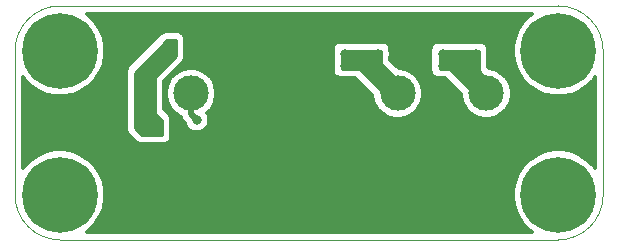
<source format=gbl>
G04 #@! TF.GenerationSoftware,KiCad,Pcbnew,5.1.4*
G04 #@! TF.CreationDate,2019-09-17T23:22:18+02:00*
G04 #@! TF.ProjectId,Tunnelling-Amp,54756e6e-656c-46c6-996e-672d416d702e,rev?*
G04 #@! TF.SameCoordinates,Original*
G04 #@! TF.FileFunction,Copper,L2,Bot*
G04 #@! TF.FilePolarity,Positive*
%FSLAX46Y46*%
G04 Gerber Fmt 4.6, Leading zero omitted, Abs format (unit mm)*
G04 Created by KiCad (PCBNEW 5.1.4) date 2019-09-17 23:22:18*
%MOMM*%
%LPD*%
G04 APERTURE LIST*
%ADD10C,0.050000*%
%ADD11C,3.000000*%
%ADD12C,6.400000*%
%ADD13C,0.800000*%
%ADD14C,0.500000*%
%ADD15C,0.250000*%
%ADD16C,0.300000*%
G04 APERTURE END LIST*
D10*
X137300000Y-131215000D02*
X137300000Y-119115000D01*
X91300000Y-135015000D02*
X133500000Y-135015000D01*
X87500000Y-119015000D02*
X87500000Y-131215000D01*
X133500000Y-115213684D02*
X91300000Y-115215000D01*
X137300000Y-131215000D02*
G75*
G02X133500000Y-135015000I-3800000J0D01*
G01*
X133500000Y-115213684D02*
G75*
G02X137300000Y-119115000I0J-3801316D01*
G01*
X87500000Y-119015000D02*
G75*
G02X91300000Y-115215000I3800000J0D01*
G01*
X91300000Y-135015000D02*
G75*
G02X87500000Y-131215000I0J3800000D01*
G01*
D11*
X94900000Y-125115000D03*
X127400000Y-122615000D03*
X112400000Y-122615000D03*
X119900000Y-122615000D03*
X102400000Y-122615000D03*
D12*
X133500000Y-119015000D03*
D13*
X135900000Y-119015000D03*
X135197056Y-120712056D03*
X133500000Y-121415000D03*
X131802944Y-120712056D03*
X131100000Y-119015000D03*
X131802944Y-117317944D03*
X133500000Y-116615000D03*
X135197056Y-117317944D03*
X135197056Y-129517944D03*
X133500000Y-128815000D03*
X131802944Y-129517944D03*
X131100000Y-131215000D03*
X131802944Y-132912056D03*
X133500000Y-133615000D03*
X135197056Y-132912056D03*
X135900000Y-131215000D03*
D12*
X133500000Y-131215000D03*
X91300000Y-131215000D03*
D13*
X93700000Y-131215000D03*
X92997056Y-132912056D03*
X91300000Y-133615000D03*
X89602944Y-132912056D03*
X88900000Y-131215000D03*
X89602944Y-129517944D03*
X91300000Y-128815000D03*
X92997056Y-129517944D03*
X92997056Y-117317944D03*
X91300000Y-116615000D03*
X89602944Y-117317944D03*
X88900000Y-119015000D03*
X89602944Y-120712056D03*
X91300000Y-121415000D03*
X92997056Y-120712056D03*
X93700000Y-119015000D03*
D12*
X91300000Y-119015000D03*
D13*
X99319000Y-129687000D03*
X98430000Y-129687000D03*
X109225000Y-123845000D03*
X108336000Y-122956000D03*
X109225000Y-122956000D03*
X109225000Y-124734000D03*
X102875000Y-129687000D03*
X123703000Y-124861000D03*
X123703000Y-126004000D03*
X126497000Y-126004000D03*
X126497000Y-124861000D03*
X115448000Y-124861000D03*
X115448000Y-126004000D03*
X118242000Y-126004000D03*
X118242000Y-124861000D03*
X108336000Y-122067000D03*
X99573000Y-125750000D03*
X98684000Y-125750000D03*
X100716000Y-119400000D03*
X100716000Y-118511000D03*
X118242000Y-120289000D03*
X115448000Y-120289000D03*
X115448000Y-119273000D03*
X118242000Y-119273000D03*
X126497000Y-120289000D03*
X126497000Y-119273000D03*
X123703000Y-119273000D03*
X123703000Y-120289000D03*
X102875000Y-124861000D03*
D14*
X102875000Y-124861000D02*
X102400000Y-124386000D01*
X102400000Y-124386000D02*
X102400000Y-122615000D01*
D15*
G36*
X101099000Y-119475224D02*
G01*
X99357612Y-121216612D01*
X99342066Y-121235554D01*
X99330515Y-121257165D01*
X99323402Y-121280614D01*
X99321000Y-121305000D01*
X99321000Y-124226000D01*
X99323402Y-124250386D01*
X99330515Y-124273835D01*
X99342066Y-124295446D01*
X99357612Y-124314388D01*
X99956000Y-124912776D01*
X99956000Y-126133000D01*
X98227776Y-126133000D01*
X97666000Y-125571224D01*
X97666000Y-120848776D01*
X100386776Y-118128000D01*
X101099000Y-118128000D01*
X101099000Y-119475224D01*
X101099000Y-119475224D01*
G37*
X101099000Y-119475224D02*
X99357612Y-121216612D01*
X99342066Y-121235554D01*
X99330515Y-121257165D01*
X99323402Y-121280614D01*
X99321000Y-121305000D01*
X99321000Y-124226000D01*
X99323402Y-124250386D01*
X99330515Y-124273835D01*
X99342066Y-124295446D01*
X99357612Y-124314388D01*
X99956000Y-124912776D01*
X99956000Y-126133000D01*
X98227776Y-126133000D01*
X97666000Y-125571224D01*
X97666000Y-120848776D01*
X100386776Y-118128000D01*
X101099000Y-118128000D01*
X101099000Y-119475224D01*
D16*
G36*
X131045768Y-116024509D02*
G01*
X130509509Y-116560768D01*
X130088174Y-117191341D01*
X129797953Y-117891996D01*
X129650000Y-118635808D01*
X129650000Y-119394192D01*
X129797953Y-120138004D01*
X130088174Y-120838659D01*
X130509509Y-121469232D01*
X131045768Y-122005491D01*
X131676341Y-122426826D01*
X132376996Y-122717047D01*
X133120808Y-122865000D01*
X133879192Y-122865000D01*
X134623004Y-122717047D01*
X135323659Y-122426826D01*
X135954232Y-122005491D01*
X136490491Y-121469232D01*
X136625001Y-121267924D01*
X136625000Y-128962075D01*
X136490491Y-128760768D01*
X135954232Y-128224509D01*
X135323659Y-127803174D01*
X134623004Y-127512953D01*
X133879192Y-127365000D01*
X133120808Y-127365000D01*
X132376996Y-127512953D01*
X131676341Y-127803174D01*
X131045768Y-128224509D01*
X130509509Y-128760768D01*
X130088174Y-129391341D01*
X129797953Y-130091996D01*
X129650000Y-130835808D01*
X129650000Y-131594192D01*
X129797953Y-132338004D01*
X130088174Y-133038659D01*
X130509509Y-133669232D01*
X131045768Y-134205491D01*
X131247075Y-134340000D01*
X93552925Y-134340000D01*
X93754232Y-134205491D01*
X94290491Y-133669232D01*
X94711826Y-133038659D01*
X95002047Y-132338004D01*
X95150000Y-131594192D01*
X95150000Y-130835808D01*
X95002047Y-130091996D01*
X94711826Y-129391341D01*
X94290491Y-128760768D01*
X93754232Y-128224509D01*
X93123659Y-127803174D01*
X92423004Y-127512953D01*
X91679192Y-127365000D01*
X90920808Y-127365000D01*
X90176996Y-127512953D01*
X89476341Y-127803174D01*
X88845768Y-128224509D01*
X88309509Y-128760768D01*
X88175000Y-128962075D01*
X88175000Y-121267925D01*
X88309509Y-121469232D01*
X88845768Y-122005491D01*
X89476341Y-122426826D01*
X90176996Y-122717047D01*
X90920808Y-122865000D01*
X91679192Y-122865000D01*
X92423004Y-122717047D01*
X93123659Y-122426826D01*
X93754232Y-122005491D01*
X94290491Y-121469232D01*
X94711826Y-120838659D01*
X94729081Y-120797000D01*
X96891000Y-120797000D01*
X96891000Y-125623000D01*
X96903490Y-125749809D01*
X96940478Y-125871744D01*
X97000545Y-125984121D01*
X97081381Y-126082619D01*
X97716381Y-126717619D01*
X97814879Y-126798455D01*
X97927256Y-126858522D01*
X98049191Y-126895510D01*
X98176000Y-126908000D01*
X100081000Y-126908000D01*
X100207809Y-126895510D01*
X100329744Y-126858522D01*
X100442121Y-126798455D01*
X100540619Y-126717619D01*
X100621455Y-126619121D01*
X100681522Y-126506744D01*
X100718510Y-126384809D01*
X100731000Y-126258000D01*
X100731000Y-124861000D01*
X100718510Y-124734191D01*
X100681522Y-124612256D01*
X100621455Y-124499879D01*
X100540619Y-124401381D01*
X100096000Y-123956762D01*
X100096000Y-122403243D01*
X100250000Y-122403243D01*
X100250000Y-122826757D01*
X100332623Y-123242132D01*
X100494695Y-123633407D01*
X100729986Y-123985545D01*
X101029455Y-124285014D01*
X101381593Y-124520305D01*
X101517296Y-124576515D01*
X101564486Y-124732080D01*
X101648057Y-124888431D01*
X101760525Y-125025475D01*
X101794866Y-125053658D01*
X101854640Y-125113432D01*
X101865350Y-125167274D01*
X101944502Y-125358362D01*
X102059411Y-125530336D01*
X102205664Y-125676589D01*
X102377638Y-125791498D01*
X102568726Y-125870650D01*
X102771584Y-125911000D01*
X102978416Y-125911000D01*
X103181274Y-125870650D01*
X103372362Y-125791498D01*
X103544336Y-125676589D01*
X103690589Y-125530336D01*
X103805498Y-125358362D01*
X103884650Y-125167274D01*
X103925000Y-124964416D01*
X103925000Y-124757584D01*
X103884650Y-124554726D01*
X103805498Y-124363638D01*
X103758390Y-124293136D01*
X103770545Y-124285014D01*
X104070014Y-123985545D01*
X104305305Y-123633407D01*
X104467377Y-123242132D01*
X104550000Y-122826757D01*
X104550000Y-122403243D01*
X104467377Y-121987868D01*
X104305305Y-121596593D01*
X104070014Y-121244455D01*
X103770545Y-120944986D01*
X103418407Y-120709695D01*
X103027132Y-120547623D01*
X102611757Y-120465000D01*
X102188243Y-120465000D01*
X101772868Y-120547623D01*
X101381593Y-120709695D01*
X101029455Y-120944986D01*
X100729986Y-121244455D01*
X100494695Y-121596593D01*
X100332623Y-121987868D01*
X100250000Y-122403243D01*
X100096000Y-122403243D01*
X100096000Y-121574238D01*
X101683619Y-119986619D01*
X101764455Y-119888121D01*
X101824522Y-119775744D01*
X101861510Y-119653809D01*
X101874000Y-119527000D01*
X101874000Y-119169584D01*
X114398000Y-119169584D01*
X114398000Y-119376416D01*
X114409694Y-119435207D01*
X114409694Y-120126793D01*
X114398000Y-120185584D01*
X114398000Y-120392416D01*
X114409694Y-120451207D01*
X114409694Y-120662694D01*
X114422184Y-120789503D01*
X114459172Y-120911438D01*
X114519239Y-121023815D01*
X114600075Y-121122313D01*
X114698573Y-121203149D01*
X114810950Y-121263216D01*
X114932885Y-121300204D01*
X115059694Y-121312694D01*
X115212332Y-121312694D01*
X115344584Y-121339000D01*
X115551416Y-121339000D01*
X115683668Y-121312694D01*
X116321762Y-121312694D01*
X117750000Y-122740932D01*
X117750000Y-122826757D01*
X117832623Y-123242132D01*
X117994695Y-123633407D01*
X118229986Y-123985545D01*
X118529455Y-124285014D01*
X118881593Y-124520305D01*
X119272868Y-124682377D01*
X119688243Y-124765000D01*
X120111757Y-124765000D01*
X120527132Y-124682377D01*
X120918407Y-124520305D01*
X121270545Y-124285014D01*
X121570014Y-123985545D01*
X121805305Y-123633407D01*
X121967377Y-123242132D01*
X122050000Y-122826757D01*
X122050000Y-122403243D01*
X121967377Y-121987868D01*
X121805305Y-121596593D01*
X121570014Y-121244455D01*
X121270545Y-120944986D01*
X120918407Y-120709695D01*
X120527132Y-120547623D01*
X120111757Y-120465000D01*
X119970055Y-120465000D01*
X119265694Y-119764668D01*
X119265694Y-119508668D01*
X119292000Y-119376416D01*
X119292000Y-119169584D01*
X122653000Y-119169584D01*
X122653000Y-119376416D01*
X122672000Y-119471938D01*
X122672000Y-120090062D01*
X122653000Y-120185584D01*
X122653000Y-120392416D01*
X122672000Y-120487938D01*
X122672000Y-120670000D01*
X122684490Y-120796809D01*
X122721478Y-120918744D01*
X122781545Y-121031121D01*
X122862381Y-121129619D01*
X122960879Y-121210455D01*
X123073256Y-121270522D01*
X123195191Y-121307510D01*
X123322000Y-121320000D01*
X123504062Y-121320000D01*
X123599584Y-121339000D01*
X123806416Y-121339000D01*
X123901938Y-121320000D01*
X123941762Y-121320000D01*
X125250000Y-122628238D01*
X125250000Y-122826757D01*
X125332623Y-123242132D01*
X125494695Y-123633407D01*
X125729986Y-123985545D01*
X126029455Y-124285014D01*
X126381593Y-124520305D01*
X126772868Y-124682377D01*
X127188243Y-124765000D01*
X127611757Y-124765000D01*
X128027132Y-124682377D01*
X128418407Y-124520305D01*
X128770545Y-124285014D01*
X129070014Y-123985545D01*
X129305305Y-123633407D01*
X129467377Y-123242132D01*
X129550000Y-122826757D01*
X129550000Y-122403243D01*
X129467377Y-121987868D01*
X129305305Y-121596593D01*
X129070014Y-121244455D01*
X128770545Y-120944986D01*
X128418407Y-120709695D01*
X128027132Y-120547623D01*
X127611757Y-120465000D01*
X127592238Y-120465000D01*
X127542463Y-120415225D01*
X127547000Y-120392416D01*
X127547000Y-120185584D01*
X127528000Y-120090062D01*
X127528000Y-119471938D01*
X127547000Y-119376416D01*
X127547000Y-119169584D01*
X127528000Y-119074062D01*
X127528000Y-118892000D01*
X127515510Y-118765191D01*
X127478522Y-118643256D01*
X127418455Y-118530879D01*
X127337619Y-118432381D01*
X127239121Y-118351545D01*
X127126744Y-118291478D01*
X127004809Y-118254490D01*
X126878000Y-118242000D01*
X126695938Y-118242000D01*
X126600416Y-118223000D01*
X126393584Y-118223000D01*
X126298062Y-118242000D01*
X123901938Y-118242000D01*
X123806416Y-118223000D01*
X123599584Y-118223000D01*
X123504062Y-118242000D01*
X123322000Y-118242000D01*
X123195191Y-118254490D01*
X123073256Y-118291478D01*
X122960879Y-118351545D01*
X122862381Y-118432381D01*
X122781545Y-118530879D01*
X122721478Y-118643256D01*
X122684490Y-118765191D01*
X122672000Y-118892000D01*
X122672000Y-119074062D01*
X122653000Y-119169584D01*
X119292000Y-119169584D01*
X119265694Y-119037332D01*
X119265694Y-118884694D01*
X119253204Y-118757885D01*
X119216216Y-118635950D01*
X119156149Y-118523573D01*
X119075313Y-118425075D01*
X118976815Y-118344239D01*
X118864438Y-118284172D01*
X118742503Y-118247184D01*
X118615694Y-118234694D01*
X118404207Y-118234694D01*
X118345416Y-118223000D01*
X118138584Y-118223000D01*
X118079793Y-118234694D01*
X115610207Y-118234694D01*
X115551416Y-118223000D01*
X115344584Y-118223000D01*
X115285793Y-118234694D01*
X115059694Y-118234694D01*
X114932885Y-118247184D01*
X114810950Y-118284172D01*
X114698573Y-118344239D01*
X114600075Y-118425075D01*
X114519239Y-118523573D01*
X114459172Y-118635950D01*
X114422184Y-118757885D01*
X114409694Y-118884694D01*
X114409694Y-119110793D01*
X114398000Y-119169584D01*
X101874000Y-119169584D01*
X101874000Y-118003000D01*
X101861510Y-117876191D01*
X101824522Y-117754256D01*
X101764455Y-117641879D01*
X101683619Y-117543381D01*
X101585121Y-117462545D01*
X101472744Y-117402478D01*
X101350809Y-117365490D01*
X101224000Y-117353000D01*
X100335000Y-117353000D01*
X100208191Y-117365490D01*
X100086256Y-117402478D01*
X99973879Y-117462545D01*
X99875381Y-117543381D01*
X97081381Y-120337381D01*
X97000545Y-120435879D01*
X96940478Y-120548256D01*
X96903490Y-120670191D01*
X96891000Y-120797000D01*
X94729081Y-120797000D01*
X95002047Y-120138004D01*
X95150000Y-119394192D01*
X95150000Y-118635808D01*
X95002047Y-117891996D01*
X94711826Y-117191341D01*
X94290491Y-116560768D01*
X93754232Y-116024509D01*
X93552820Y-115889930D01*
X131248941Y-115888753D01*
X131045768Y-116024509D01*
X131045768Y-116024509D01*
G37*
X131045768Y-116024509D02*
X130509509Y-116560768D01*
X130088174Y-117191341D01*
X129797953Y-117891996D01*
X129650000Y-118635808D01*
X129650000Y-119394192D01*
X129797953Y-120138004D01*
X130088174Y-120838659D01*
X130509509Y-121469232D01*
X131045768Y-122005491D01*
X131676341Y-122426826D01*
X132376996Y-122717047D01*
X133120808Y-122865000D01*
X133879192Y-122865000D01*
X134623004Y-122717047D01*
X135323659Y-122426826D01*
X135954232Y-122005491D01*
X136490491Y-121469232D01*
X136625001Y-121267924D01*
X136625000Y-128962075D01*
X136490491Y-128760768D01*
X135954232Y-128224509D01*
X135323659Y-127803174D01*
X134623004Y-127512953D01*
X133879192Y-127365000D01*
X133120808Y-127365000D01*
X132376996Y-127512953D01*
X131676341Y-127803174D01*
X131045768Y-128224509D01*
X130509509Y-128760768D01*
X130088174Y-129391341D01*
X129797953Y-130091996D01*
X129650000Y-130835808D01*
X129650000Y-131594192D01*
X129797953Y-132338004D01*
X130088174Y-133038659D01*
X130509509Y-133669232D01*
X131045768Y-134205491D01*
X131247075Y-134340000D01*
X93552925Y-134340000D01*
X93754232Y-134205491D01*
X94290491Y-133669232D01*
X94711826Y-133038659D01*
X95002047Y-132338004D01*
X95150000Y-131594192D01*
X95150000Y-130835808D01*
X95002047Y-130091996D01*
X94711826Y-129391341D01*
X94290491Y-128760768D01*
X93754232Y-128224509D01*
X93123659Y-127803174D01*
X92423004Y-127512953D01*
X91679192Y-127365000D01*
X90920808Y-127365000D01*
X90176996Y-127512953D01*
X89476341Y-127803174D01*
X88845768Y-128224509D01*
X88309509Y-128760768D01*
X88175000Y-128962075D01*
X88175000Y-121267925D01*
X88309509Y-121469232D01*
X88845768Y-122005491D01*
X89476341Y-122426826D01*
X90176996Y-122717047D01*
X90920808Y-122865000D01*
X91679192Y-122865000D01*
X92423004Y-122717047D01*
X93123659Y-122426826D01*
X93754232Y-122005491D01*
X94290491Y-121469232D01*
X94711826Y-120838659D01*
X94729081Y-120797000D01*
X96891000Y-120797000D01*
X96891000Y-125623000D01*
X96903490Y-125749809D01*
X96940478Y-125871744D01*
X97000545Y-125984121D01*
X97081381Y-126082619D01*
X97716381Y-126717619D01*
X97814879Y-126798455D01*
X97927256Y-126858522D01*
X98049191Y-126895510D01*
X98176000Y-126908000D01*
X100081000Y-126908000D01*
X100207809Y-126895510D01*
X100329744Y-126858522D01*
X100442121Y-126798455D01*
X100540619Y-126717619D01*
X100621455Y-126619121D01*
X100681522Y-126506744D01*
X100718510Y-126384809D01*
X100731000Y-126258000D01*
X100731000Y-124861000D01*
X100718510Y-124734191D01*
X100681522Y-124612256D01*
X100621455Y-124499879D01*
X100540619Y-124401381D01*
X100096000Y-123956762D01*
X100096000Y-122403243D01*
X100250000Y-122403243D01*
X100250000Y-122826757D01*
X100332623Y-123242132D01*
X100494695Y-123633407D01*
X100729986Y-123985545D01*
X101029455Y-124285014D01*
X101381593Y-124520305D01*
X101517296Y-124576515D01*
X101564486Y-124732080D01*
X101648057Y-124888431D01*
X101760525Y-125025475D01*
X101794866Y-125053658D01*
X101854640Y-125113432D01*
X101865350Y-125167274D01*
X101944502Y-125358362D01*
X102059411Y-125530336D01*
X102205664Y-125676589D01*
X102377638Y-125791498D01*
X102568726Y-125870650D01*
X102771584Y-125911000D01*
X102978416Y-125911000D01*
X103181274Y-125870650D01*
X103372362Y-125791498D01*
X103544336Y-125676589D01*
X103690589Y-125530336D01*
X103805498Y-125358362D01*
X103884650Y-125167274D01*
X103925000Y-124964416D01*
X103925000Y-124757584D01*
X103884650Y-124554726D01*
X103805498Y-124363638D01*
X103758390Y-124293136D01*
X103770545Y-124285014D01*
X104070014Y-123985545D01*
X104305305Y-123633407D01*
X104467377Y-123242132D01*
X104550000Y-122826757D01*
X104550000Y-122403243D01*
X104467377Y-121987868D01*
X104305305Y-121596593D01*
X104070014Y-121244455D01*
X103770545Y-120944986D01*
X103418407Y-120709695D01*
X103027132Y-120547623D01*
X102611757Y-120465000D01*
X102188243Y-120465000D01*
X101772868Y-120547623D01*
X101381593Y-120709695D01*
X101029455Y-120944986D01*
X100729986Y-121244455D01*
X100494695Y-121596593D01*
X100332623Y-121987868D01*
X100250000Y-122403243D01*
X100096000Y-122403243D01*
X100096000Y-121574238D01*
X101683619Y-119986619D01*
X101764455Y-119888121D01*
X101824522Y-119775744D01*
X101861510Y-119653809D01*
X101874000Y-119527000D01*
X101874000Y-119169584D01*
X114398000Y-119169584D01*
X114398000Y-119376416D01*
X114409694Y-119435207D01*
X114409694Y-120126793D01*
X114398000Y-120185584D01*
X114398000Y-120392416D01*
X114409694Y-120451207D01*
X114409694Y-120662694D01*
X114422184Y-120789503D01*
X114459172Y-120911438D01*
X114519239Y-121023815D01*
X114600075Y-121122313D01*
X114698573Y-121203149D01*
X114810950Y-121263216D01*
X114932885Y-121300204D01*
X115059694Y-121312694D01*
X115212332Y-121312694D01*
X115344584Y-121339000D01*
X115551416Y-121339000D01*
X115683668Y-121312694D01*
X116321762Y-121312694D01*
X117750000Y-122740932D01*
X117750000Y-122826757D01*
X117832623Y-123242132D01*
X117994695Y-123633407D01*
X118229986Y-123985545D01*
X118529455Y-124285014D01*
X118881593Y-124520305D01*
X119272868Y-124682377D01*
X119688243Y-124765000D01*
X120111757Y-124765000D01*
X120527132Y-124682377D01*
X120918407Y-124520305D01*
X121270545Y-124285014D01*
X121570014Y-123985545D01*
X121805305Y-123633407D01*
X121967377Y-123242132D01*
X122050000Y-122826757D01*
X122050000Y-122403243D01*
X121967377Y-121987868D01*
X121805305Y-121596593D01*
X121570014Y-121244455D01*
X121270545Y-120944986D01*
X120918407Y-120709695D01*
X120527132Y-120547623D01*
X120111757Y-120465000D01*
X119970055Y-120465000D01*
X119265694Y-119764668D01*
X119265694Y-119508668D01*
X119292000Y-119376416D01*
X119292000Y-119169584D01*
X122653000Y-119169584D01*
X122653000Y-119376416D01*
X122672000Y-119471938D01*
X122672000Y-120090062D01*
X122653000Y-120185584D01*
X122653000Y-120392416D01*
X122672000Y-120487938D01*
X122672000Y-120670000D01*
X122684490Y-120796809D01*
X122721478Y-120918744D01*
X122781545Y-121031121D01*
X122862381Y-121129619D01*
X122960879Y-121210455D01*
X123073256Y-121270522D01*
X123195191Y-121307510D01*
X123322000Y-121320000D01*
X123504062Y-121320000D01*
X123599584Y-121339000D01*
X123806416Y-121339000D01*
X123901938Y-121320000D01*
X123941762Y-121320000D01*
X125250000Y-122628238D01*
X125250000Y-122826757D01*
X125332623Y-123242132D01*
X125494695Y-123633407D01*
X125729986Y-123985545D01*
X126029455Y-124285014D01*
X126381593Y-124520305D01*
X126772868Y-124682377D01*
X127188243Y-124765000D01*
X127611757Y-124765000D01*
X128027132Y-124682377D01*
X128418407Y-124520305D01*
X128770545Y-124285014D01*
X129070014Y-123985545D01*
X129305305Y-123633407D01*
X129467377Y-123242132D01*
X129550000Y-122826757D01*
X129550000Y-122403243D01*
X129467377Y-121987868D01*
X129305305Y-121596593D01*
X129070014Y-121244455D01*
X128770545Y-120944986D01*
X128418407Y-120709695D01*
X128027132Y-120547623D01*
X127611757Y-120465000D01*
X127592238Y-120465000D01*
X127542463Y-120415225D01*
X127547000Y-120392416D01*
X127547000Y-120185584D01*
X127528000Y-120090062D01*
X127528000Y-119471938D01*
X127547000Y-119376416D01*
X127547000Y-119169584D01*
X127528000Y-119074062D01*
X127528000Y-118892000D01*
X127515510Y-118765191D01*
X127478522Y-118643256D01*
X127418455Y-118530879D01*
X127337619Y-118432381D01*
X127239121Y-118351545D01*
X127126744Y-118291478D01*
X127004809Y-118254490D01*
X126878000Y-118242000D01*
X126695938Y-118242000D01*
X126600416Y-118223000D01*
X126393584Y-118223000D01*
X126298062Y-118242000D01*
X123901938Y-118242000D01*
X123806416Y-118223000D01*
X123599584Y-118223000D01*
X123504062Y-118242000D01*
X123322000Y-118242000D01*
X123195191Y-118254490D01*
X123073256Y-118291478D01*
X122960879Y-118351545D01*
X122862381Y-118432381D01*
X122781545Y-118530879D01*
X122721478Y-118643256D01*
X122684490Y-118765191D01*
X122672000Y-118892000D01*
X122672000Y-119074062D01*
X122653000Y-119169584D01*
X119292000Y-119169584D01*
X119265694Y-119037332D01*
X119265694Y-118884694D01*
X119253204Y-118757885D01*
X119216216Y-118635950D01*
X119156149Y-118523573D01*
X119075313Y-118425075D01*
X118976815Y-118344239D01*
X118864438Y-118284172D01*
X118742503Y-118247184D01*
X118615694Y-118234694D01*
X118404207Y-118234694D01*
X118345416Y-118223000D01*
X118138584Y-118223000D01*
X118079793Y-118234694D01*
X115610207Y-118234694D01*
X115551416Y-118223000D01*
X115344584Y-118223000D01*
X115285793Y-118234694D01*
X115059694Y-118234694D01*
X114932885Y-118247184D01*
X114810950Y-118284172D01*
X114698573Y-118344239D01*
X114600075Y-118425075D01*
X114519239Y-118523573D01*
X114459172Y-118635950D01*
X114422184Y-118757885D01*
X114409694Y-118884694D01*
X114409694Y-119110793D01*
X114398000Y-119169584D01*
X101874000Y-119169584D01*
X101874000Y-118003000D01*
X101861510Y-117876191D01*
X101824522Y-117754256D01*
X101764455Y-117641879D01*
X101683619Y-117543381D01*
X101585121Y-117462545D01*
X101472744Y-117402478D01*
X101350809Y-117365490D01*
X101224000Y-117353000D01*
X100335000Y-117353000D01*
X100208191Y-117365490D01*
X100086256Y-117402478D01*
X99973879Y-117462545D01*
X99875381Y-117543381D01*
X97081381Y-120337381D01*
X97000545Y-120435879D01*
X96940478Y-120548256D01*
X96903490Y-120670191D01*
X96891000Y-120797000D01*
X94729081Y-120797000D01*
X95002047Y-120138004D01*
X95150000Y-119394192D01*
X95150000Y-118635808D01*
X95002047Y-117891996D01*
X94711826Y-117191341D01*
X94290491Y-116560768D01*
X93754232Y-116024509D01*
X93552820Y-115889930D01*
X131248941Y-115888753D01*
X131045768Y-116024509D01*
D15*
G36*
X126753000Y-120670000D02*
G01*
X126755402Y-120694386D01*
X126762515Y-120717835D01*
X126774066Y-120739446D01*
X126789612Y-120758388D01*
X127896000Y-121864776D01*
X127896000Y-123212000D01*
X126929776Y-123212000D01*
X124299388Y-120581612D01*
X124280446Y-120566066D01*
X124258835Y-120554515D01*
X124235386Y-120547402D01*
X124211000Y-120545000D01*
X123447000Y-120545000D01*
X123447000Y-119017000D01*
X126753000Y-119017000D01*
X126753000Y-120670000D01*
X126753000Y-120670000D01*
G37*
X126753000Y-120670000D02*
X126755402Y-120694386D01*
X126762515Y-120717835D01*
X126774066Y-120739446D01*
X126789612Y-120758388D01*
X127896000Y-121864776D01*
X127896000Y-123212000D01*
X126929776Y-123212000D01*
X124299388Y-120581612D01*
X124280446Y-120566066D01*
X124258835Y-120554515D01*
X124235386Y-120547402D01*
X124211000Y-120545000D01*
X123447000Y-120545000D01*
X123447000Y-119017000D01*
X126753000Y-119017000D01*
X126753000Y-120670000D01*
G36*
X118490694Y-120035000D02*
G01*
X118493096Y-120059386D01*
X118500209Y-120082835D01*
X118511760Y-120104446D01*
X118527560Y-120123641D01*
X119764507Y-121353513D01*
X119641711Y-123204694D01*
X119309776Y-123204694D01*
X116679388Y-120574306D01*
X116660446Y-120558760D01*
X116638835Y-120547209D01*
X116615386Y-120540096D01*
X116591000Y-120537694D01*
X115184694Y-120537694D01*
X115184694Y-119009694D01*
X118490694Y-119009694D01*
X118490694Y-120035000D01*
X118490694Y-120035000D01*
G37*
X118490694Y-120035000D02*
X118493096Y-120059386D01*
X118500209Y-120082835D01*
X118511760Y-120104446D01*
X118527560Y-120123641D01*
X119764507Y-121353513D01*
X119641711Y-123204694D01*
X119309776Y-123204694D01*
X116679388Y-120574306D01*
X116660446Y-120558760D01*
X116638835Y-120547209D01*
X116615386Y-120540096D01*
X116591000Y-120537694D01*
X115184694Y-120537694D01*
X115184694Y-119009694D01*
X118490694Y-119009694D01*
X118490694Y-120035000D01*
M02*

</source>
